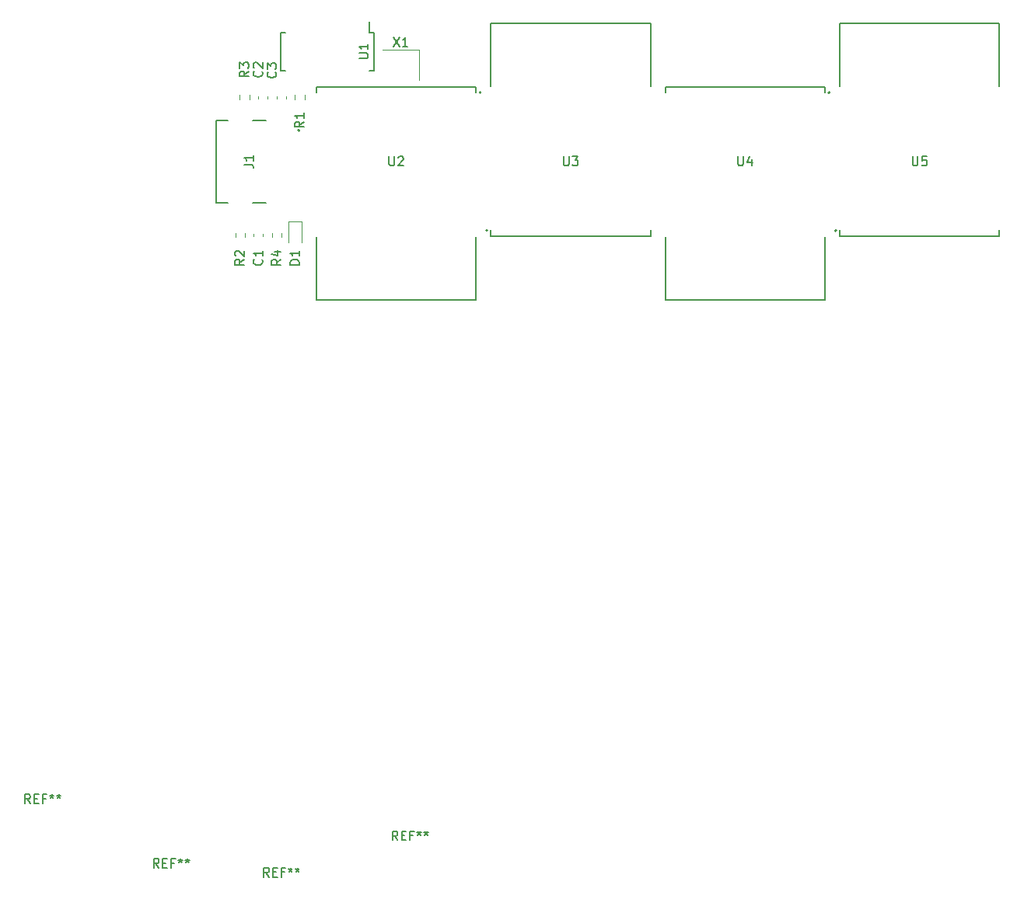
<source format=gbr>
G04 #@! TF.GenerationSoftware,KiCad,Pcbnew,(6.0.7)*
G04 #@! TF.CreationDate,2023-03-12T22:24:00+09:00*
G04 #@! TF.ProjectId,flowing_dongle,666c6f77-696e-4675-9f64-6f6e676c652e,rev?*
G04 #@! TF.SameCoordinates,Original*
G04 #@! TF.FileFunction,Legend,Top*
G04 #@! TF.FilePolarity,Positive*
%FSLAX46Y46*%
G04 Gerber Fmt 4.6, Leading zero omitted, Abs format (unit mm)*
G04 Created by KiCad (PCBNEW (6.0.7)) date 2023-03-12 22:24:00*
%MOMM*%
%LPD*%
G01*
G04 APERTURE LIST*
%ADD10C,0.150000*%
%ADD11C,0.120000*%
%ADD12C,0.127000*%
%ADD13C,0.200000*%
G04 APERTURE END LIST*
D10*
X99357142Y-83666666D02*
X99404761Y-83714285D01*
X99452380Y-83857142D01*
X99452380Y-83952380D01*
X99404761Y-84095238D01*
X99309523Y-84190476D01*
X99214285Y-84238095D01*
X99023809Y-84285714D01*
X98880952Y-84285714D01*
X98690476Y-84238095D01*
X98595238Y-84190476D01*
X98500000Y-84095238D01*
X98452380Y-83952380D01*
X98452380Y-83857142D01*
X98500000Y-83714285D01*
X98547619Y-83666666D01*
X98547619Y-83285714D02*
X98500000Y-83238095D01*
X98452380Y-83142857D01*
X98452380Y-82904761D01*
X98500000Y-82809523D01*
X98547619Y-82761904D01*
X98642857Y-82714285D01*
X98738095Y-82714285D01*
X98880952Y-82761904D01*
X99452380Y-83333333D01*
X99452380Y-82714285D01*
X101452380Y-104166666D02*
X100976190Y-104500000D01*
X101452380Y-104738095D02*
X100452380Y-104738095D01*
X100452380Y-104357142D01*
X100500000Y-104261904D01*
X100547619Y-104214285D01*
X100642857Y-104166666D01*
X100785714Y-104166666D01*
X100880952Y-104214285D01*
X100928571Y-104261904D01*
X100976190Y-104357142D01*
X100976190Y-104738095D01*
X100785714Y-103309523D02*
X101452380Y-103309523D01*
X100404761Y-103547619D02*
X101119047Y-103785714D01*
X101119047Y-103166666D01*
X103952380Y-89166666D02*
X103476190Y-89500000D01*
X103952380Y-89738095D02*
X102952380Y-89738095D01*
X102952380Y-89357142D01*
X103000000Y-89261904D01*
X103047619Y-89214285D01*
X103142857Y-89166666D01*
X103285714Y-89166666D01*
X103380952Y-89214285D01*
X103428571Y-89261904D01*
X103476190Y-89357142D01*
X103476190Y-89738095D01*
X103952380Y-88214285D02*
X103952380Y-88785714D01*
X103952380Y-88500000D02*
X102952380Y-88500000D01*
X103095238Y-88595238D01*
X103190476Y-88690476D01*
X103238095Y-88785714D01*
X74166666Y-163452380D02*
X73833333Y-162976190D01*
X73595238Y-163452380D02*
X73595238Y-162452380D01*
X73976190Y-162452380D01*
X74071428Y-162500000D01*
X74119047Y-162547619D01*
X74166666Y-162642857D01*
X74166666Y-162785714D01*
X74119047Y-162880952D01*
X74071428Y-162928571D01*
X73976190Y-162976190D01*
X73595238Y-162976190D01*
X74595238Y-162928571D02*
X74928571Y-162928571D01*
X75071428Y-163452380D02*
X74595238Y-163452380D01*
X74595238Y-162452380D01*
X75071428Y-162452380D01*
X75833333Y-162928571D02*
X75500000Y-162928571D01*
X75500000Y-163452380D02*
X75500000Y-162452380D01*
X75976190Y-162452380D01*
X76500000Y-162452380D02*
X76500000Y-162690476D01*
X76261904Y-162595238D02*
X76500000Y-162690476D01*
X76738095Y-162595238D01*
X76357142Y-162880952D02*
X76500000Y-162690476D01*
X76642857Y-162880952D01*
X77261904Y-162452380D02*
X77261904Y-162690476D01*
X77023809Y-162595238D02*
X77261904Y-162690476D01*
X77500000Y-162595238D01*
X77119047Y-162880952D02*
X77261904Y-162690476D01*
X77404761Y-162880952D01*
X97452380Y-93833333D02*
X98166666Y-93833333D01*
X98309523Y-93880952D01*
X98404761Y-93976190D01*
X98452380Y-94119047D01*
X98452380Y-94214285D01*
X98452380Y-92833333D02*
X98452380Y-93404761D01*
X98452380Y-93119047D02*
X97452380Y-93119047D01*
X97595238Y-93214285D01*
X97690476Y-93309523D01*
X97738095Y-93404761D01*
X99357142Y-104166666D02*
X99404761Y-104214285D01*
X99452380Y-104357142D01*
X99452380Y-104452380D01*
X99404761Y-104595238D01*
X99309523Y-104690476D01*
X99214285Y-104738095D01*
X99023809Y-104785714D01*
X98880952Y-104785714D01*
X98690476Y-104738095D01*
X98595238Y-104690476D01*
X98500000Y-104595238D01*
X98452380Y-104452380D01*
X98452380Y-104357142D01*
X98500000Y-104214285D01*
X98547619Y-104166666D01*
X99452380Y-103214285D02*
X99452380Y-103785714D01*
X99452380Y-103500000D02*
X98452380Y-103500000D01*
X98595238Y-103595238D01*
X98690476Y-103690476D01*
X98738095Y-103785714D01*
X151238095Y-92952380D02*
X151238095Y-93761904D01*
X151285714Y-93857142D01*
X151333333Y-93904761D01*
X151428571Y-93952380D01*
X151619047Y-93952380D01*
X151714285Y-93904761D01*
X151761904Y-93857142D01*
X151809523Y-93761904D01*
X151809523Y-92952380D01*
X152714285Y-93285714D02*
X152714285Y-93952380D01*
X152476190Y-92904761D02*
X152238095Y-93619047D01*
X152857142Y-93619047D01*
X88166666Y-170452380D02*
X87833333Y-169976190D01*
X87595238Y-170452380D02*
X87595238Y-169452380D01*
X87976190Y-169452380D01*
X88071428Y-169500000D01*
X88119047Y-169547619D01*
X88166666Y-169642857D01*
X88166666Y-169785714D01*
X88119047Y-169880952D01*
X88071428Y-169928571D01*
X87976190Y-169976190D01*
X87595238Y-169976190D01*
X88595238Y-169928571D02*
X88928571Y-169928571D01*
X89071428Y-170452380D02*
X88595238Y-170452380D01*
X88595238Y-169452380D01*
X89071428Y-169452380D01*
X89833333Y-169928571D02*
X89500000Y-169928571D01*
X89500000Y-170452380D02*
X89500000Y-169452380D01*
X89976190Y-169452380D01*
X90500000Y-169452380D02*
X90500000Y-169690476D01*
X90261904Y-169595238D02*
X90500000Y-169690476D01*
X90738095Y-169595238D01*
X90357142Y-169880952D02*
X90500000Y-169690476D01*
X90642857Y-169880952D01*
X91261904Y-169452380D02*
X91261904Y-169690476D01*
X91023809Y-169595238D02*
X91261904Y-169690476D01*
X91500000Y-169595238D01*
X91119047Y-169880952D02*
X91261904Y-169690476D01*
X91404761Y-169880952D01*
X170238095Y-92952380D02*
X170238095Y-93761904D01*
X170285714Y-93857142D01*
X170333333Y-93904761D01*
X170428571Y-93952380D01*
X170619047Y-93952380D01*
X170714285Y-93904761D01*
X170761904Y-93857142D01*
X170809523Y-93761904D01*
X170809523Y-92952380D01*
X171761904Y-92952380D02*
X171285714Y-92952380D01*
X171238095Y-93428571D01*
X171285714Y-93380952D01*
X171380952Y-93333333D01*
X171619047Y-93333333D01*
X171714285Y-93380952D01*
X171761904Y-93428571D01*
X171809523Y-93523809D01*
X171809523Y-93761904D01*
X171761904Y-93857142D01*
X171714285Y-93904761D01*
X171619047Y-93952380D01*
X171380952Y-93952380D01*
X171285714Y-93904761D01*
X171238095Y-93857142D01*
X109952380Y-82261904D02*
X110761904Y-82261904D01*
X110857142Y-82214285D01*
X110904761Y-82166666D01*
X110952380Y-82071428D01*
X110952380Y-81880952D01*
X110904761Y-81785714D01*
X110857142Y-81738095D01*
X110761904Y-81690476D01*
X109952380Y-81690476D01*
X110952380Y-80690476D02*
X110952380Y-81261904D01*
X110952380Y-80976190D02*
X109952380Y-80976190D01*
X110095238Y-81071428D01*
X110190476Y-81166666D01*
X110238095Y-81261904D01*
X100166666Y-171452380D02*
X99833333Y-170976190D01*
X99595238Y-171452380D02*
X99595238Y-170452380D01*
X99976190Y-170452380D01*
X100071428Y-170500000D01*
X100119047Y-170547619D01*
X100166666Y-170642857D01*
X100166666Y-170785714D01*
X100119047Y-170880952D01*
X100071428Y-170928571D01*
X99976190Y-170976190D01*
X99595238Y-170976190D01*
X100595238Y-170928571D02*
X100928571Y-170928571D01*
X101071428Y-171452380D02*
X100595238Y-171452380D01*
X100595238Y-170452380D01*
X101071428Y-170452380D01*
X101833333Y-170928571D02*
X101500000Y-170928571D01*
X101500000Y-171452380D02*
X101500000Y-170452380D01*
X101976190Y-170452380D01*
X102500000Y-170452380D02*
X102500000Y-170690476D01*
X102261904Y-170595238D02*
X102500000Y-170690476D01*
X102738095Y-170595238D01*
X102357142Y-170880952D02*
X102500000Y-170690476D01*
X102642857Y-170880952D01*
X103261904Y-170452380D02*
X103261904Y-170690476D01*
X103023809Y-170595238D02*
X103261904Y-170690476D01*
X103500000Y-170595238D01*
X103119047Y-170880952D02*
X103261904Y-170690476D01*
X103404761Y-170880952D01*
X132238095Y-92952380D02*
X132238095Y-93761904D01*
X132285714Y-93857142D01*
X132333333Y-93904761D01*
X132428571Y-93952380D01*
X132619047Y-93952380D01*
X132714285Y-93904761D01*
X132761904Y-93857142D01*
X132809523Y-93761904D01*
X132809523Y-92952380D01*
X133190476Y-92952380D02*
X133809523Y-92952380D01*
X133476190Y-93333333D01*
X133619047Y-93333333D01*
X133714285Y-93380952D01*
X133761904Y-93428571D01*
X133809523Y-93523809D01*
X133809523Y-93761904D01*
X133761904Y-93857142D01*
X133714285Y-93904761D01*
X133619047Y-93952380D01*
X133333333Y-93952380D01*
X133238095Y-93904761D01*
X133190476Y-93857142D01*
X113238095Y-92952380D02*
X113238095Y-93761904D01*
X113285714Y-93857142D01*
X113333333Y-93904761D01*
X113428571Y-93952380D01*
X113619047Y-93952380D01*
X113714285Y-93904761D01*
X113761904Y-93857142D01*
X113809523Y-93761904D01*
X113809523Y-92952380D01*
X114238095Y-93047619D02*
X114285714Y-93000000D01*
X114380952Y-92952380D01*
X114619047Y-92952380D01*
X114714285Y-93000000D01*
X114761904Y-93047619D01*
X114809523Y-93142857D01*
X114809523Y-93238095D01*
X114761904Y-93380952D01*
X114190476Y-93952380D01*
X114809523Y-93952380D01*
X103452380Y-104738095D02*
X102452380Y-104738095D01*
X102452380Y-104500000D01*
X102500000Y-104357142D01*
X102595238Y-104261904D01*
X102690476Y-104214285D01*
X102880952Y-104166666D01*
X103023809Y-104166666D01*
X103214285Y-104214285D01*
X103309523Y-104261904D01*
X103404761Y-104357142D01*
X103452380Y-104500000D01*
X103452380Y-104738095D01*
X103452380Y-103214285D02*
X103452380Y-103785714D01*
X103452380Y-103500000D02*
X102452380Y-103500000D01*
X102595238Y-103595238D01*
X102690476Y-103690476D01*
X102738095Y-103785714D01*
X97952380Y-83666666D02*
X97476190Y-84000000D01*
X97952380Y-84238095D02*
X96952380Y-84238095D01*
X96952380Y-83857142D01*
X97000000Y-83761904D01*
X97047619Y-83714285D01*
X97142857Y-83666666D01*
X97285714Y-83666666D01*
X97380952Y-83714285D01*
X97428571Y-83761904D01*
X97476190Y-83857142D01*
X97476190Y-84238095D01*
X96952380Y-83333333D02*
X96952380Y-82714285D01*
X97333333Y-83047619D01*
X97333333Y-82904761D01*
X97380952Y-82809523D01*
X97428571Y-82761904D01*
X97523809Y-82714285D01*
X97761904Y-82714285D01*
X97857142Y-82761904D01*
X97904761Y-82809523D01*
X97952380Y-82904761D01*
X97952380Y-83190476D01*
X97904761Y-83285714D01*
X97857142Y-83333333D01*
X114166666Y-167452380D02*
X113833333Y-166976190D01*
X113595238Y-167452380D02*
X113595238Y-166452380D01*
X113976190Y-166452380D01*
X114071428Y-166500000D01*
X114119047Y-166547619D01*
X114166666Y-166642857D01*
X114166666Y-166785714D01*
X114119047Y-166880952D01*
X114071428Y-166928571D01*
X113976190Y-166976190D01*
X113595238Y-166976190D01*
X114595238Y-166928571D02*
X114928571Y-166928571D01*
X115071428Y-167452380D02*
X114595238Y-167452380D01*
X114595238Y-166452380D01*
X115071428Y-166452380D01*
X115833333Y-166928571D02*
X115500000Y-166928571D01*
X115500000Y-167452380D02*
X115500000Y-166452380D01*
X115976190Y-166452380D01*
X116500000Y-166452380D02*
X116500000Y-166690476D01*
X116261904Y-166595238D02*
X116500000Y-166690476D01*
X116738095Y-166595238D01*
X116357142Y-166880952D02*
X116500000Y-166690476D01*
X116642857Y-166880952D01*
X117261904Y-166452380D02*
X117261904Y-166690476D01*
X117023809Y-166595238D02*
X117261904Y-166690476D01*
X117500000Y-166595238D01*
X117119047Y-166880952D02*
X117261904Y-166690476D01*
X117404761Y-166880952D01*
X97452380Y-104166666D02*
X96976190Y-104500000D01*
X97452380Y-104738095D02*
X96452380Y-104738095D01*
X96452380Y-104357142D01*
X96500000Y-104261904D01*
X96547619Y-104214285D01*
X96642857Y-104166666D01*
X96785714Y-104166666D01*
X96880952Y-104214285D01*
X96928571Y-104261904D01*
X96976190Y-104357142D01*
X96976190Y-104738095D01*
X96547619Y-103785714D02*
X96500000Y-103738095D01*
X96452380Y-103642857D01*
X96452380Y-103404761D01*
X96500000Y-103309523D01*
X96547619Y-103261904D01*
X96642857Y-103214285D01*
X96738095Y-103214285D01*
X96880952Y-103261904D01*
X97452380Y-103833333D01*
X97452380Y-103214285D01*
X113690476Y-79952380D02*
X114357142Y-80952380D01*
X114357142Y-79952380D02*
X113690476Y-80952380D01*
X115261904Y-80952380D02*
X114690476Y-80952380D01*
X114976190Y-80952380D02*
X114976190Y-79952380D01*
X114880952Y-80095238D01*
X114785714Y-80190476D01*
X114690476Y-80238095D01*
X100857142Y-83741666D02*
X100904761Y-83789285D01*
X100952380Y-83932142D01*
X100952380Y-84027380D01*
X100904761Y-84170238D01*
X100809523Y-84265476D01*
X100714285Y-84313095D01*
X100523809Y-84360714D01*
X100380952Y-84360714D01*
X100190476Y-84313095D01*
X100095238Y-84265476D01*
X100000000Y-84170238D01*
X99952380Y-84027380D01*
X99952380Y-83932142D01*
X100000000Y-83789285D01*
X100047619Y-83741666D01*
X99952380Y-83408333D02*
X99952380Y-82789285D01*
X100333333Y-83122619D01*
X100333333Y-82979761D01*
X100380952Y-82884523D01*
X100428571Y-82836904D01*
X100523809Y-82789285D01*
X100761904Y-82789285D01*
X100857142Y-82836904D01*
X100904761Y-82884523D01*
X100952380Y-82979761D01*
X100952380Y-83265476D01*
X100904761Y-83360714D01*
X100857142Y-83408333D01*
D11*
X100010000Y-86359420D02*
X100010000Y-86640580D01*
X98990000Y-86359420D02*
X98990000Y-86640580D01*
X101522500Y-101262742D02*
X101522500Y-101737258D01*
X100477500Y-101262742D02*
X100477500Y-101737258D01*
X104022500Y-86737258D02*
X104022500Y-86262742D01*
X102977500Y-86737258D02*
X102977500Y-86262742D01*
D12*
X94400000Y-97970000D02*
X94400000Y-89030000D01*
X99810000Y-97970000D02*
X98370000Y-97970000D01*
X95630000Y-97970000D02*
X94400000Y-97970000D01*
X99810000Y-89030000D02*
X98370000Y-89030000D01*
X94400000Y-89030000D02*
X95630000Y-89030000D01*
D13*
X103500000Y-90100000D02*
G75*
G03*
X103500000Y-90100000I-100000J0D01*
G01*
D11*
X98490000Y-101359420D02*
X98490000Y-101640580D01*
X99510000Y-101359420D02*
X99510000Y-101640580D01*
D12*
X143300000Y-85400000D02*
X160700000Y-85400000D01*
X160700000Y-85400000D02*
X160700000Y-86005000D01*
X160700000Y-108600000D02*
X143300000Y-108600000D01*
X143300000Y-108600000D02*
X143300000Y-101715000D01*
X160700000Y-101715000D02*
X160700000Y-108600000D01*
X143300000Y-85400000D02*
X143300000Y-86005000D01*
D13*
X161954000Y-101010000D02*
G75*
G03*
X161954000Y-101010000I-100000J0D01*
G01*
D12*
X162300000Y-78400000D02*
X179700000Y-78400000D01*
X179700000Y-78400000D02*
X179700000Y-85285000D01*
X162300000Y-101600000D02*
X162300000Y-100995000D01*
X162300000Y-85285000D02*
X162300000Y-78400000D01*
X179700000Y-101600000D02*
X179700000Y-100995000D01*
X179700000Y-101600000D02*
X162300000Y-101600000D01*
D13*
X161246000Y-85990000D02*
G75*
G03*
X161246000Y-85990000I-100000J0D01*
G01*
D10*
X101420000Y-79425000D02*
X101900000Y-79425000D01*
X101420000Y-79425000D02*
X101420000Y-83575000D01*
X111100000Y-79425000D02*
X111100000Y-78300000D01*
X111580000Y-79425000D02*
X111100000Y-79425000D01*
X101420000Y-83575000D02*
X101900000Y-83575000D01*
X111580000Y-79425000D02*
X111580000Y-83575000D01*
X111580000Y-83575000D02*
X111100000Y-83575000D01*
D12*
X141700000Y-78400000D02*
X141700000Y-85285000D01*
X141700000Y-101600000D02*
X141700000Y-100995000D01*
X141700000Y-101600000D02*
X124300000Y-101600000D01*
X124300000Y-85285000D02*
X124300000Y-78400000D01*
X124300000Y-78400000D02*
X141700000Y-78400000D01*
X124300000Y-101600000D02*
X124300000Y-100995000D01*
D13*
X123246000Y-85990000D02*
G75*
G03*
X123246000Y-85990000I-100000J0D01*
G01*
D12*
X105300000Y-85400000D02*
X122700000Y-85400000D01*
X105300000Y-85400000D02*
X105300000Y-86005000D01*
X122700000Y-85400000D02*
X122700000Y-86005000D01*
X122700000Y-101715000D02*
X122700000Y-108600000D01*
X122700000Y-108600000D02*
X105300000Y-108600000D01*
X105300000Y-108600000D02*
X105300000Y-101715000D01*
D13*
X123954000Y-101010000D02*
G75*
G03*
X123954000Y-101010000I-100000J0D01*
G01*
D11*
X103735000Y-100015000D02*
X102265000Y-100015000D01*
X102265000Y-100015000D02*
X102265000Y-102300000D01*
X103735000Y-102300000D02*
X103735000Y-100015000D01*
X96977500Y-86737258D02*
X96977500Y-86262742D01*
X98022500Y-86737258D02*
X98022500Y-86262742D01*
X96477500Y-101737258D02*
X96477500Y-101262742D01*
X97522500Y-101737258D02*
X97522500Y-101262742D01*
X116500000Y-81350000D02*
X112500000Y-81350000D01*
X116500000Y-84650000D02*
X116500000Y-81350000D01*
X100990000Y-86359420D02*
X100990000Y-86640580D01*
X102010000Y-86359420D02*
X102010000Y-86640580D01*
M02*

</source>
